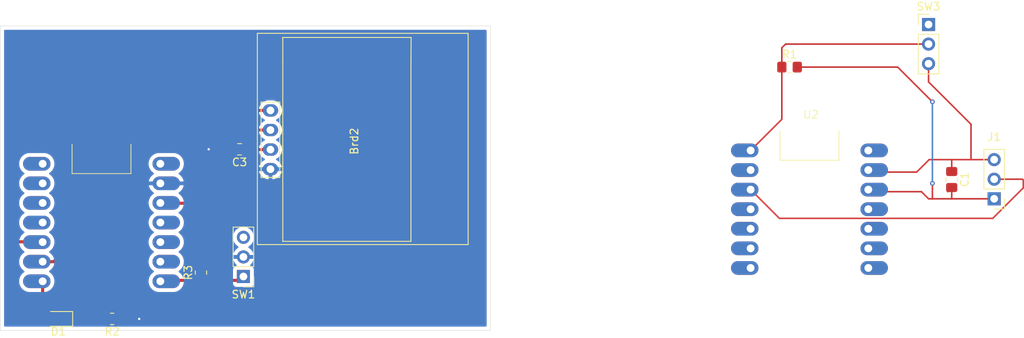
<source format=kicad_pcb>
(kicad_pcb (version 20240108) (generator "pcbnew") (generator_version "8.0")
  (title_block (title "Fiona PCB1") (date "2025-02-05") (rev "1"))
  (layers (0 "F.Cu" signal) (31 "B.Cu" signal) (34 "B.Paste" user) (35 "F.Paste" user) (36 "B.SilkS" user "B.Silkscreen") (37 "F.SilkS" user "F.Silkscreen") (38 "B.Mask" user) (39 "F.Mask" user) (44 "Edge.Cuts" user))
  (net 0 "")
  (net 1 "GND")
  (net 2 "+3.3V")
  (net 3 "Net-(Brd2-SCL)")
  (net 4 "Net-(Brd2-SDA)")
  (net 5 "/signal")
  (net 6 "Net-(D1-A)")
  (net 7 "Net-(D1-K)")
  (net 8 "Net-(U1-GPIO44_D7_RX)")
  (net 17 "Net-(SW3-B)")
  (footprint "Connector_PinHeader_2.54mm:PinHeader_1x03_P2.54mm_Vertical" (layer "F.Cu") (at 172.726375 42.8165)
    (property "Reference" "SW3" (at 0 -2.33 0) (layer "F.SilkS"))
    (property "Value" "SW_SPDT")
    (fp_line (start -1.33 -1.33) (end 0 -1.33) (stroke (width 0.12)) (layer "F.SilkS"))
    (fp_line (start -1.33 0) (end -1.33 -1.33) (stroke (width 0.12)) (layer "F.SilkS"))
    (fp_line (start -1.33 1.27) (end -1.33 6.41) (stroke (width 0.12)) (layer "F.SilkS"))
    (fp_line (start -1.33 1.27) (end 1.33 1.27) (stroke (width 0.12)) (layer "F.SilkS"))
    (fp_line (start -1.33 6.41) (end 1.33 6.41) (stroke (width 0.12)) (layer "F.SilkS"))
    (fp_line (start 1.33 1.27) (end 1.33 6.41) (stroke (width 0.12)) (layer "F.SilkS"))
    (pad "1" thru_hole rect (at 0 0) (size 1.7 1.7) (drill 1) (layers "*.Cu" "*.Mask"))
    (pad "2" thru_hole oval (at 0 2.54) (size 1.7 1.7) (drill 1) (layers "*.Cu" "*.Mask") (net 17 "Net-(SW3-B)"))
    (pad "3" thru_hole oval (at 0 5.08) (size 1.7 1.7) (drill 1) (layers "*.Cu" "*.Mask") (net 1 "GND"))
  )
  (footprint "SSD1306:128x64OLED" (layer "F.Cu") (at 98.1 57.96 90)
    (property "Reference" "Brd2" (at 0 0.254 90) (layer "F.SilkS"))
    (property "Value" "SSD1306")
    (fp_line (start 14 -12.3) (end 14 15) (stroke (width 0.12)) (layer "F.SilkS"))
    (fp_line (start -13.4 -12.3) (end 14 -12.3) (stroke (width 0.12)) (layer "F.SilkS"))
    (fp_line (start 5.08 -11.811) (end 5.08 -9.398) (stroke (width 0.12)) (layer "F.SilkS"))
    (fp_line (start -4.699 -11.811) (end 5.08 -11.811) (stroke (width 0.12)) (layer "F.SilkS"))
    (fp_line (start -4.699 -11.811) (end -4.699 -9.398) (stroke (width 0.12)) (layer "F.SilkS"))
    (fp_line (start 5.08 -9.398) (end -4.699 -9.398) (stroke (width 0.12)) (layer "F.SilkS"))
    (fp_line (start 13.462 -9.017) (end 13.208 -9.005) (stroke (width 0.12)) (layer "F.SilkS"))
    (fp_line (start 10.122 -9.005) (end 13.208 -9.005) (stroke (width 0.12)) (layer "F.SilkS"))
    (fp_line (start -12.978 -9.005) (end 10.122 -9.005) (stroke (width 0.12)) (layer "F.SilkS"))
    (fp_line (start 10.122 7.595) (end -12.978 7.595) (stroke (width 0.12)) (layer "F.SilkS"))
    (fp_line (start 10.122 7.595) (end 13.462 7.62) (stroke (width 0.12)) (layer "F.SilkS"))
    (fp_line (start -12.978 7.595) (end -12.978 -9.005) (stroke (width 0.12)) (layer "F.SilkS"))
    (fp_line (start 13.462 7.62) (end 13.462 -9.017) (stroke (width 0.12)) (layer "F.SilkS"))
    (fp_line (start 14 15) (end -13.4 15) (stroke (width 0.12)) (layer "F.SilkS"))
    (fp_line (start -13.4 15) (end -13.4 -12.3) (stroke (width 0.12)) (layer "F.SilkS"))
    (pad "1" thru_hole oval (at -3.62 -10.6 180) (size 2 1.6) (drill 1) (layers "*.Cu" "*.Mask") (net 1 "GND"))
    (pad "2" thru_hole oval (at -1.08 -10.6 180) (size 2 1.6) (drill 1) (layers "*.Cu" "*.Mask") (net 2 "+3.3V"))
    (pad "3" thru_hole oval (at 1.46 -10.6 180) (size 2 1.6) (drill 1) (layers "*.Cu" "*.Mask") (net 3 "Net-(Brd2-SCL)"))
    (pad "4" thru_hole oval (at 4 -10.6 180) (size 2 1.6) (drill 1) (layers "*.Cu" "*.Mask") (net 4 "Net-(Brd2-SDA)"))
  )
  (footprint "Resistor_SMD:R_0805_2012Metric_Pad1.20x1.40mm_HandSolder" (layer "F.Cu") (at 154.726375 48.3415)
    (property "Reference" "R1" (at 0 -1.65 0) (layer "F.SilkS"))
    (property "Value" "R")
    (fp_line (start -0.227064 -0.735) (end 0.227064 -0.735) (stroke (width 0.12)) (layer "F.SilkS"))
    (fp_line (start -0.227064 0.735) (end 0.227064 0.735) (stroke (width 0.12)) (layer "F.SilkS"))
    (pad "1" smd roundrect (at -1 0) (size 1.2 1.4) (layers "F.Cu" "F.Paste" "F.Mask") (roundrect_rratio 0.208333) (net 17 "Net-(SW3-B)"))
    (pad "2" smd roundrect (at 1 0) (size 1.2 1.4) (layers "F.Cu" "F.Paste" "F.Mask") (roundrect_rratio 0.208333) (net 2 "+3.3V"))
  )
  (footprint "514_KiCAD_Demo:XIAO_ESP32_SENSE" (layer "F.Cu") (at 157.305625 66.77125)
    (property "Reference" "U2" (at 0.194375 -12.27125 0) (layer "F.SilkS") (effects (font (thickness 0.1))))
    (property "Value" "~" (hide yes))
    (fp_line (start -3.81 -10.16) (end -3.81 -6.35) (stroke (width 0.1)) (layer "F.SilkS"))
    (fp_line (start -3.81 -6.35) (end 3.81 -6.35) (stroke (width 0.1)) (layer "F.SilkS"))
    (fp_line (start 3.81 -6.35) (end 3.81 -10.16) (stroke (width 0.1)) (layer "F.SilkS"))
    (pad "1" thru_hole oval (at -7.62 -7.62) (size 3.556 1.778) (drill 1.016 (offset -0.762 0)) (layers "*.Cu" "*.Mask") (net 17 "Net-(SW3-B)"))
    (pad "2" thru_hole oval (at -7.62 -5.08) (size 3.556 1.778) (drill 1.016 (offset -0.762 0)) (layers "*.Cu" "*.Mask"))
    (pad "3" thru_hole oval (at -7.62 -2.54) (size 3.556 1.778) (drill 1.016 (offset -0.762 0)) (layers "*.Cu" "*.Mask") (net 5 "/signal"))
    (pad "4" thru_hole oval (at -7.62 0) (size 3.556 1.778) (drill 1.016 (offset -0.762 0)) (layers "*.Cu" "*.Mask"))
    (pad "5" thru_hole oval (at -7.62 2.54) (size 3.556 1.778) (drill 1.016 (offset -0.762 0)) (layers "*.Cu" "*.Mask"))
    (pad "6" thru_hole oval (at -7.62 5.08) (size 3.556 1.778) (drill 1.016 (offset -0.762 0)) (layers "*.Cu" "*.Mask"))
    (pad "7" thru_hole oval (at -7.62 7.62) (size 3.556 1.778) (drill 1.016 (offset -0.762 0)) (layers "*.Cu" "*.Mask"))
    (pad "8" thru_hole oval (at 7.62 -7.62) (size 3.556 1.778) (drill 1.016 (offset 0.762 0)) (layers "*.Cu" "*.Mask"))
    (pad "9" thru_hole oval (at 7.62 -5.08) (size 3.556 1.778) (drill 1.016 (offset 0.762 0)) (layers "*.Cu" "*.Mask") (net 1 "GND"))
    (pad "10" thru_hole oval (at 7.62 -2.54) (size 3.556 1.778) (drill 1.016 (offset 0.762 0)) (layers "*.Cu" "*.Mask") (net 2 "+3.3V"))
    (pad "11" thru_hole oval (at 7.62 0) (size 3.556 1.778) (drill 1.016 (offset 0.762 0)) (layers "*.Cu" "*.Mask"))
    (pad "12" thru_hole oval (at 7.62 2.54) (size 3.556 1.778) (drill 1.016 (offset 0.762 0)) (layers "*.Cu" "*.Mask"))
    (pad "13" thru_hole oval (at 7.62 5.08) (size 3.556 1.778) (drill 1.016 (offset 0.762 0)) (layers "*.Cu" "*.Mask"))
    (pad "14" thru_hole oval (at 7.62 7.62) (size 3.556 1.778) (drill 1.016 (offset 0.762 0)) (layers "*.Cu" "*.Mask"))
  )
  (footprint "Capacitor_SMD:C_0805_2012Metric_Pad1.18x1.45mm_HandSolder" (layer "F.Cu") (at 175.726375 62.92075 -90)
    (property "Reference" "C1" (at 0 -1.68 90) (layer "F.SilkS"))
    (property "Value" "C")
    (fp_line (start -0.261252 0.735) (end 0.261252 0.735) (stroke (width 0.12)) (layer "F.SilkS"))
    (fp_line (start -0.261252 -0.735) (end 0.261252 -0.735) (stroke (width 0.12)) (layer "F.SilkS"))
    (pad "1" smd roundrect (at -1.0375 0 270) (size 1.175 1.45) (layers "F.Cu" "F.Paste" "F.Mask") (roundrect_rratio 0.212766) (net 1 "GND"))
    (pad "2" smd roundrect (at 1.0375 0 270) (size 1.175 1.45) (layers "F.Cu" "F.Paste" "F.Mask") (roundrect_rratio 0.212766) (net 2 "+3.3V"))
  )
  (footprint "Resistor_SMD:R_0805_2012Metric_Pad1.20x1.40mm_HandSolder" (layer "F.Cu") (at 67 81 180)
    (property "Reference" "R2" (at 0 -1.65 360) (layer "F.SilkS"))
    (property "Value" "R")
    (fp_line (start -0.227064 0.735) (end 0.227064 0.735) (stroke (width 0.12)) (layer "F.SilkS"))
    (fp_line (start -0.227064 -0.735) (end 0.227064 -0.735) (stroke (width 0.12)) (layer "F.SilkS"))
    (pad "1" smd roundrect (at -1 0 180) (size 1.2 1.4) (layers "F.Cu" "F.Paste" "F.Mask") (roundrect_rratio 0.208333) (net 1 "GND"))
    (pad "2" smd roundrect (at 1 0 180) (size 1.2 1.4) (layers "F.Cu" "F.Paste" "F.Mask") (roundrect_rratio 0.208333) (net 7 "Net-(D1-K)"))
  )
  (footprint "514_KiCAD_Demo:XIAO_ESP32_SENSE" (layer "F.Cu") (at 65.62 68.5)
    (property "Reference" "U1" (hide yes))
    (property "Value" "~" (hide yes))
    (fp_line (start -3.81 -10.16) (end -3.81 -6.35) (stroke (width 0.1)) (layer "F.SilkS"))
    (fp_line (start -3.81 -6.35) (end 3.81 -6.35) (stroke (width 0.1)) (layer "F.SilkS"))
    (fp_line (start 3.81 -6.35) (end 3.81 -10.16) (stroke (width 0.1)) (layer "F.SilkS"))
    (pad "1" thru_hole oval (at -7.62 -7.62) (size 3.556 1.778) (drill 1.016 (offset -0.762 0)) (layers "*.Cu" "*.Mask"))
    (pad "2" thru_hole oval (at -7.62 -5.08) (size 3.556 1.778) (drill 1.016 (offset -0.762 0)) (layers "*.Cu" "*.Mask"))
    (pad "3" thru_hole oval (at -7.62 -2.54) (size 3.556 1.778) (drill 1.016 (offset -0.762 0)) (layers "*.Cu" "*.Mask"))
    (pad "4" thru_hole oval (at -7.62 0) (size 3.556 1.778) (drill 1.016 (offset -0.762 0)) (layers "*.Cu" "*.Mask"))
    (pad "5" thru_hole oval (at -7.62 2.54) (size 3.556 1.778) (drill 1.016 (offset -0.762 0)) (layers "*.Cu" "*.Mask") (net 4 "Net-(Brd2-SDA)"))
    (pad "6" thru_hole oval (at -7.62 5.08) (size 3.556 1.778) (drill 1.016 (offset -0.762 0)) (layers "*.Cu" "*.Mask") (net 3 "Net-(Brd2-SCL)"))
    (pad "7" thru_hole oval (at -7.62 7.62) (size 3.556 1.778) (drill 1.016 (offset -0.762 0)) (layers "*.Cu" "*.Mask") (net 6 "Net-(D1-A)"))
    (pad "8" thru_hole oval (at 7.62 -7.62) (size 3.556 1.778) (drill 1.016 (offset 0.762 0)) (layers "*.Cu" "*.Mask"))
    (pad "9" thru_hole oval (at 7.62 -5.08) (size 3.556 1.778) (drill 1.016 (offset 0.762 0)) (layers "*.Cu" "*.Mask") (net 1 "GND"))
    (pad "10" thru_hole oval (at 7.62 -2.54) (size 3.556 1.778) (drill 1.016 (offset 0.762 0)) (layers "*.Cu" "*.Mask") (net 2 "+3.3V"))
    (pad "11" thru_hole oval (at 7.62 0) (size 3.556 1.778) (drill 1.016 (offset 0.762 0)) (layers "*.Cu" "*.Mask"))
    (pad "12" thru_hole oval (at 7.62 2.54) (size 3.556 1.778) (drill 1.016 (offset 0.762 0)) (layers "*.Cu" "*.Mask"))
    (pad "13" thru_hole oval (at 7.62 5.08) (size 3.556 1.778) (drill 1.016 (offset 0.762 0)) (layers "*.Cu" "*.Mask"))
    (pad "14" thru_hole oval (at 7.62 7.62) (size 3.556 1.778) (drill 1.016 (offset 0.762 0)) (layers "*.Cu" "*.Mask") (net 8 "Net-(U1-GPIO44_D7_RX)"))
  )
  (footprint "Capacitor_SMD:C_0805_2012Metric_Pad1.18x1.45mm_HandSolder" (layer "F.Cu") (at 83.5 59 180)
    (property "Reference" "C3" (at 0 -1.68 360) (layer "F.SilkS"))
    (property "Value" "C" (hide yes))
    (fp_line (start -0.261252 0.735) (end 0.261252 0.735) (stroke (width 0.12)) (layer "F.SilkS"))
    (fp_line (start -0.261252 -0.735) (end 0.261252 -0.735) (stroke (width 0.12)) (layer "F.SilkS"))
    (pad "1" smd roundrect (at -1.0375 0 180) (size 1.175 1.45) (layers "F.Cu" "F.Paste" "F.Mask") (roundrect_rratio 0.212766) (net 2 "+3.3V"))
    (pad "2" smd roundrect (at 1.0375 0 180) (size 1.175 1.45) (layers "F.Cu" "F.Paste" "F.Mask") (roundrect_rratio 0.212766) (net 1 "GND"))
  )
  (footprint "LED_SMD:LED_0805_2012Metric_Pad1.15x1.40mm_HandSolder" (layer "F.Cu") (at 60.025 81 180)
    (property "Reference" "D1" (at 0 -1.65 360) (layer "F.SilkS"))
    (property "Value" "LED")
    (fp_line (start 1 -0.96) (end -1.86 -0.96) (stroke (width 0.12)) (layer "F.SilkS"))
    (fp_line (start -1.86 0.96) (end 1 0.96) (stroke (width 0.12)) (layer "F.SilkS"))
    (fp_line (start -1.86 -0.96) (end -1.86 0.96) (stroke (width 0.12)) (layer "F.SilkS"))
    (pad "1" smd roundrect (at -1.025 0 180) (size 1.15 1.4) (layers "F.Cu" "F.Paste" "F.Mask") (roundrect_rratio 0.217391) (net 7 "Net-(D1-K)"))
    (pad "2" smd roundrect (at 1.025 0 180) (size 1.15 1.4) (layers "F.Cu" "F.Paste" "F.Mask") (roundrect_rratio 0.217391) (net 6 "Net-(D1-A)"))
  )
  (footprint "Connector_PinHeader_2.54mm:PinHeader_1x03_P2.54mm_Vertical" (layer "F.Cu") (at 84 75.5 180)
    (property "Reference" "SW1" (at 0 -2.33 360) (layer "F.SilkS"))
    (property "Value" "SW_Push")
    (fp_line (start 1.33 1.27) (end 1.33 6.41) (stroke (width 0.12)) (layer "F.SilkS"))
    (fp_line (start -1.33 6.41) (end 1.33 6.41) (stroke (width 0.12)) (layer "F.SilkS"))
    (fp_line (start -1.33 1.27) (end 1.33 1.27) (stroke (width 0.12)) (layer "F.SilkS"))
    (fp_line (start -1.33 1.27) (end -1.33 6.41) (stroke (width 0.12)) (layer "F.SilkS"))
    (fp_line (start -1.33 0) (end -1.33 -1.33) (stroke (width 0.12)) (layer "F.SilkS"))
    (fp_line (start -1.33 -1.33) (end 0 -1.33) (stroke (width 0.12)) (layer "F.SilkS"))
    (pad "1" thru_hole rect (at 0 0 180) (size 1.7 1.7) (drill 1) (layers "*.Cu" "*.Mask") (net 8 "Net-(U1-GPIO44_D7_RX)"))
    (pad "2" thru_hole oval (at 0 2.54 180) (size 1.7 1.7) (drill 1) (layers "*.Cu" "*.Mask") (net 1 "GND"))
    (pad "3" thru_hole oval (at 0 5.08 180) (size 1.7 1.7) (drill 1) (layers "*.Cu" "*.Mask"))
  )
  (footprint "Resistor_SMD:R_0805_2012Metric_Pad1.20x1.40mm_HandSolder" (layer "F.Cu") (at 78.5 75 90)
    (property "Reference" "R3" (at 0 -1.65 90) (layer "F.SilkS"))
    (property "Value" "R" (hide yes))
    (fp_line (start -0.227064 -0.735) (end 0.227064 -0.735) (stroke (width 0.12)) (layer "F.SilkS"))
    (fp_line (start -0.227064 0.735) (end 0.227064 0.735) (stroke (width 0.12)) (layer "F.SilkS"))
    (pad "1" smd roundrect (at -1 0 90) (size 1.2 1.4) (layers "F.Cu" "F.Paste" "F.Mask") (roundrect_rratio 0.208333) (net 8 "Net-(U1-GPIO44_D7_RX)"))
    (pad "2" smd roundrect (at 1 0 90) (size 1.2 1.4) (layers "F.Cu" "F.Paste" "F.Mask") (roundrect_rratio 0.208333) (net 2 "+3.3V"))
  )
  (footprint "Connector_PinHeader_2.54mm:PinHeader_1x03_P2.54mm_Vertical" (layer "F.Cu") (at 181.226375 65.42075 180)
    (property "Reference" "J1" (at 0 8.025 0) (layer "F.SilkS"))
    (property "Value" "Soil Mositure Sen")
    (fp_line (start 1.33 1.27) (end 1.33 6.41) (stroke (width 0.12)) (layer "F.SilkS"))
    (fp_line (start -1.33 6.41) (end 1.33 6.41) (stroke (width 0.12)) (layer "F.SilkS"))
    (fp_line (start -1.33 1.27) (end 1.33 1.27) (stroke (width 0.12)) (layer "F.SilkS"))
    (fp_line (start -1.33 1.27) (end -1.33 6.41) (stroke (width 0.12)) (layer "F.SilkS"))
    (fp_line (start -1.33 0) (end -1.33 -1.33) (stroke (width 0.12)) (layer "F.SilkS"))
    (fp_line (start -1.33 -1.33) (end 0 -1.33) (stroke (width 0.12)) (layer "F.SilkS"))
    (pad "1" thru_hole rect (at 0 0 180) (size 1.7 1.7) (drill 1) (layers "*.Cu" "*.Mask") (net 2 "+3.3V"))
    (pad "2" thru_hole oval (at 0 2.54 180) (size 1.7 1.7) (drill 1) (layers "*.Cu" "*.Mask") (net 5 "/signal"))
    (pad "3" thru_hole oval (at 0 5.08 180) (size 1.7 1.7) (drill 1) (layers "*.Cu" "*.Mask") (net 1 "GND"))
  )
  (gr_line (start 52.5 43) (end 116 43) (stroke (width 0.05)) (layer "Edge.Cuts"))
  (gr_line (start 54 82.5) (end 52.5 82.5) (stroke (width 0.05)) (layer "Edge.Cuts"))
  (gr_line (start 52.5 82.5) (end 52.5 43) (stroke (width 0.05)) (layer "Edge.Cuts"))
  (gr_line (start 116 43) (end 116 82.5) (stroke (width 0.05)) (layer "Edge.Cuts"))
  (gr_line (start 116 82.5) (end 54 82.5) (stroke (width 0.05)) (layer "Edge.Cuts"))
  (segment (start 82.4625 59) (end 79.5 59) (width 0.4) (layer "F.Cu") (net 1))
  (segment (start 172.806375 60.34075) (end 175.726375 60.34075) (width 0.2) (layer "F.Cu") (net 1))
  (segment (start 171.187125 61.96) (end 172.806375 60.34075) (width 0.2) (layer "F.Cu") (net 1))
  (segment (start 178.226375 60.34075) (end 181.226375 60.34075) (width 0.2) (layer "F.Cu") (net 1))
  (segment (start 172.726375 47.8965) (end 172.726375 50.2615) (width 0.2) (layer "F.Cu") (net 1))
  (segment (start 175.726375 60.34075) (end 178.226375 60.34075) (width 0.2) (layer "F.Cu") (net 1))
  (segment (start 171.187125 61.96) (end 165.194375 61.96) (width 0.2) (layer "F.Cu") (net 1))
  (segment (start 175.726375 61.88325) (end 175.726375 60.34075) (width 0.2) (layer "F.Cu") (net 1))
  (segment (start 172.726375 50.2615) (end 178.226375 55.7615) (width 0.2) (layer "F.Cu") (net 1))
  (segment (start 165.194375 61.96) (end 164.925625 61.69125) (width 0.2) (layer "F.Cu") (net 1))
  (segment (start 68 81) (end 70.5 81) (width 0.4) (layer "F.Cu") (net 1))
  (segment (start 178.226375 55.7615) (end 178.226375 60.34075) (width 0.2) (layer "F.Cu") (net 1))
  (via (at 79.5 59) (size 0.6) (drill 0.3) (layers "F.Cu" "B.Cu") (net 1))
  (via (at 70.5 81) (size 0.6) (drill 0.3) (layers "F.Cu" "B.Cu") (net 1))
  (segment (start 84.5375 63.4625) (end 82 66) (width 0.4) (layer "F.Cu") (net 2))
  (segment (start 82 66) (end 78.5 66) (width 0.4) (layer "F.Cu") (net 2))
  (segment (start 171.805625 64.5) (end 172.726375 65.42075) (width 0.2) (layer "F.Cu") (net 2))
  (segment (start 155.726375 48.3415) (end 168.726375 48.3415) (width 0.2) (layer "F.Cu") (net 2))
  (segment (start 87.5 59.04) (end 84.5775 59.04) (width 0.4) (layer "F.Cu") (net 2))
  (segment (start 168.726375 48.3415) (end 173.226375 52.8415) (width 0.2) (layer "F.Cu") (net 2))
  (segment (start 84.5375 59) (end 84.5375 63.4625) (width 0.4) (layer "F.Cu") (net 2))
  (segment (start 172.726375 65.42075) (end 173.226375 65.42075) (width 0.2) (layer "F.Cu") (net 2))
  (segment (start 78.5 74) (end 78.5 66) (width 0.4) (layer "F.Cu") (net 2))
  (segment (start 173.226375 63.42075) (end 173.226375 65.42075) (width 0.2) (layer "F.Cu") (net 2))
  (segment (start 175.726375 63.95825) (end 175.726375 65.42075) (width 0.2) (layer "F.Cu") (net 2))
  (segment (start 73.28 66) (end 73.24 65.96) (width 0.4) (layer "F.Cu") (net 2))
  (segment (start 173.226375 65.42075) (end 175.726375 65.42075) (width 0.2) (layer "F.Cu") (net 2))
  (segment (start 165.194375 64.5) (end 164.925625 64.23125) (width 0.2) (layer "F.Cu") (net 2))
  (segment (start 175.726375 65.42075) (end 181.226375 65.42075) (width 0.2) (layer "F.Cu") (net 2))
  (segment (start 84.5775 59.04) (end 84.5375 59) (width 0.4) (layer "F.Cu") (net 2))
  (segment (start 78.5 66) (end 73.28 66) (width 0.4) (layer "F.Cu") (net 2))
  (segment (start 171.805625 64.5) (end 165.194375 64.5) (width 0.2) (layer "F.Cu") (net 2))
  (segment (start 175.184625 64.5) (end 175.726375 63.95825) (width 0.2) (layer "F.Cu") (net 2))
  (via (at 173.226375 52.8415) (size 0.6) (drill 0.3) (layers "F.Cu" "B.Cu") (net 2))
  (via (at 173.226375 63.42075) (size 0.6) (drill 0.3) (layers "F.Cu" "B.Cu") (net 2))
  (segment (start 173.226375 52.8415) (end 173.226375 63.42075) (width 0.2) (layer "B.Cu") (net 2))
  (segment (start 60 73) (end 59.42 73.58) (width 0.4) (layer "F.Cu") (net 3))
  (segment (start 60.5 56.5) (end 60 57) (width 0.4) (layer "F.Cu") (net 3))
  (segment (start 60 57) (end 60 73) (width 0.4) (layer "F.Cu") (net 3))
  (segment (start 59.42 73.58) (end 58 73.58) (width 0.4) (layer "F.Cu") (net 3))
  (segment (start 87.5 56.5) (end 60.5 56.5) (width 0.4) (layer "F.Cu") (net 3))
  (segment (start 57.92 73.5) (end 58 73.58) (width 0.2) (layer "F.Cu") (net 3))
  (segment (start 59.04 53.96) (end 54.5 58.5) (width 0.4) (layer "F.Cu") (net 4))
  (segment (start 87.5 53.96) (end 59.04 53.96) (width 0.4) (layer "F.Cu") (net 4))
  (segment (start 54.5 71) (end 57.96 71) (width 0.4) (layer "F.Cu") (net 4))
  (segment (start 57.96 71) (end 58 71.04) (width 0.4) (layer "F.Cu") (net 4))
  (segment (start 87.5 53.96) (end 87.54 54) (width 0.2) (layer "F.Cu") (net 4))
  (segment (start 54.5 58.5) (end 54.5 71) (width 0.4) (layer "F.Cu") (net 4))
  (segment (start 185 64) (end 181.03975 67.96025) (width 0.2) (layer "F.Cu") (net 5))
  (segment (start 185 63) (end 185 64) (width 0.2) (layer "F.Cu") (net 5))
  (segment (start 184.88075 62.88075) (end 185 63) (width 0.2) (layer "F.Cu") (net 5))
  (segment (start 181.03975 67.96025) (end 153.414625 67.96025) (width 0.2) (layer "F.Cu") (net 5))
  (segment (start 181.226375 62.88075) (end 184.88075 62.88075) (width 0.2) (layer "F.Cu") (net 5))
  (segment (start 153.414625 67.96025) (end 149.685625 64.23125) (width 0.2) (layer "F.Cu") (net 5))
  (segment (start 58 81) (end 59 81) (width 0.4) (layer "F.Cu") (net 6))
  (segment (start 58 76.12) (end 58 81) (width 0.4) (layer "F.Cu") (net 6))
  (segment (start 61.05 81) (end 66 81) (width 0.4) (layer "F.Cu") (net 7))
  (segment (start 73.36 76) (end 78.5 76) (width 0.4) (layer "F.Cu") (net 8))
  (segment (start 83.5 76) (end 84 75.5) (width 0.4) (layer "F.Cu") (net 8))
  (segment (start 78.5 76) (end 83.5 76) (width 0.4) (layer "F.Cu") (net 8))
  (segment (start 73.24 76.12) (end 73.36 76) (width 0.4) (layer "F.Cu") (net 8))
  (segment (start 153.726375 55.1105) (end 149.685625 59.15125) (width 0.2) (layer "F.Cu") (net 17))
  (segment (start 153.726375 48.3415) (end 153.726375 55.1105) (width 0.2) (layer "F.Cu") (net 17))
  (segment (start 153.726375 48.3415) (end 153.726375 45.8415) (width 0.2) (layer "F.Cu") (net 17))
  (segment (start 154.241375 45.3565) (end 172.726375 45.3565) (width 0.2) (layer "F.Cu") (net 17))
  (segment (start 153.643875 48.424) (end 153.726375 48.3415) (width 0.2) (layer "F.Cu") (net 17))
  (segment (start 153.726375 45.8415) (end 154.226375 45.3415) (width 0.2) (layer "F.Cu") (net 17))
  (segment (start 154.226375 45.3415) (end 154.241375 45.3565) (width 0.2) (layer "F.Cu") (net 17))
  (zone (net 1) (net_name "GND") (layer "B.Cu") (connect_pads (clearance 0.5)) (min_thickness 0.25) (fill yes (thermal_gap 0.5) (thermal_bridge_width 0.5))
    (polygon (pts (xy 53 43.5) (xy 53 82) (xy 115.5 82) (xy 115.5 43.5)))
  )
)
</source>
